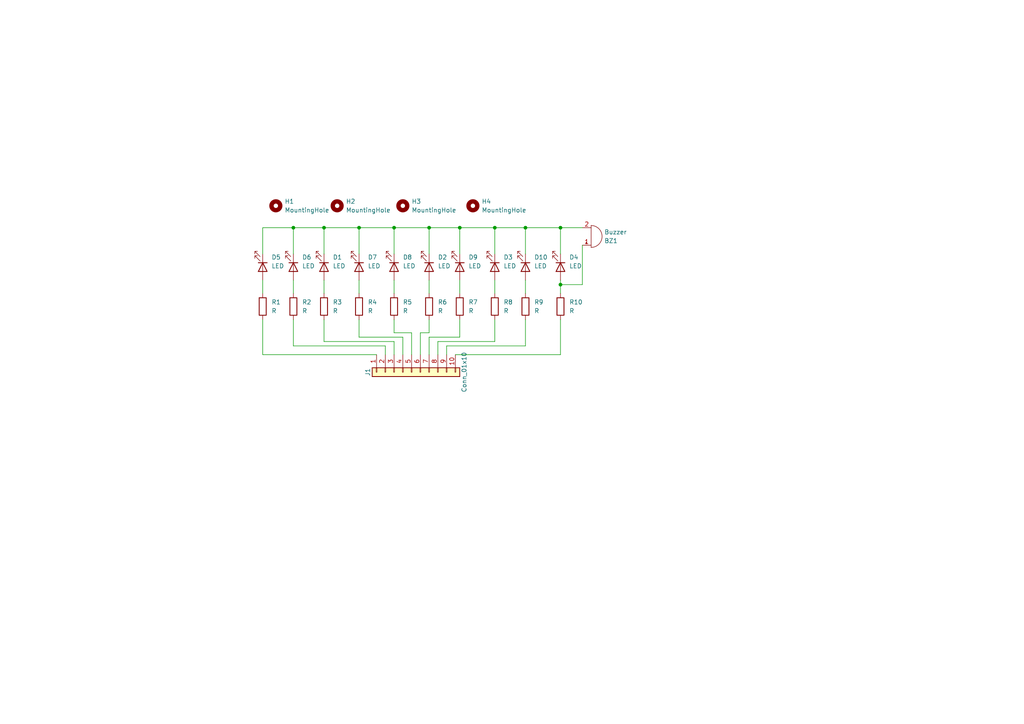
<source format=kicad_sch>
(kicad_sch
	(version 20250114)
	(generator "eeschema")
	(generator_version "9.0")
	(uuid "12271263-a4ed-4723-8910-1ee44a018415")
	(paper "A4")
	(lib_symbols
		(symbol "Connector_Generic:Conn_01x10"
			(pin_names
				(offset 1.016)
				(hide yes)
			)
			(exclude_from_sim no)
			(in_bom yes)
			(on_board yes)
			(property "Reference" "J"
				(at 0 12.7 0)
				(effects
					(font
						(size 1.27 1.27)
					)
				)
			)
			(property "Value" "Conn_01x10"
				(at 0 -15.24 0)
				(effects
					(font
						(size 1.27 1.27)
					)
				)
			)
			(property "Footprint" ""
				(at 0 0 0)
				(effects
					(font
						(size 1.27 1.27)
					)
					(hide yes)
				)
			)
			(property "Datasheet" "~"
				(at 0 0 0)
				(effects
					(font
						(size 1.27 1.27)
					)
					(hide yes)
				)
			)
			(property "Description" "Generic connector, single row, 01x10, script generated (kicad-library-utils/schlib/autogen/connector/)"
				(at 0 0 0)
				(effects
					(font
						(size 1.27 1.27)
					)
					(hide yes)
				)
			)
			(property "ki_keywords" "connector"
				(at 0 0 0)
				(effects
					(font
						(size 1.27 1.27)
					)
					(hide yes)
				)
			)
			(property "ki_fp_filters" "Connector*:*_1x??_*"
				(at 0 0 0)
				(effects
					(font
						(size 1.27 1.27)
					)
					(hide yes)
				)
			)
			(symbol "Conn_01x10_1_1"
				(rectangle
					(start -1.27 11.43)
					(end 1.27 -13.97)
					(stroke
						(width 0.254)
						(type default)
					)
					(fill
						(type background)
					)
				)
				(rectangle
					(start -1.27 10.287)
					(end 0 10.033)
					(stroke
						(width 0.1524)
						(type default)
					)
					(fill
						(type none)
					)
				)
				(rectangle
					(start -1.27 7.747)
					(end 0 7.493)
					(stroke
						(width 0.1524)
						(type default)
					)
					(fill
						(type none)
					)
				)
				(rectangle
					(start -1.27 5.207)
					(end 0 4.953)
					(stroke
						(width 0.1524)
						(type default)
					)
					(fill
						(type none)
					)
				)
				(rectangle
					(start -1.27 2.667)
					(end 0 2.413)
					(stroke
						(width 0.1524)
						(type default)
					)
					(fill
						(type none)
					)
				)
				(rectangle
					(start -1.27 0.127)
					(end 0 -0.127)
					(stroke
						(width 0.1524)
						(type default)
					)
					(fill
						(type none)
					)
				)
				(rectangle
					(start -1.27 -2.413)
					(end 0 -2.667)
					(stroke
						(width 0.1524)
						(type default)
					)
					(fill
						(type none)
					)
				)
				(rectangle
					(start -1.27 -4.953)
					(end 0 -5.207)
					(stroke
						(width 0.1524)
						(type default)
					)
					(fill
						(type none)
					)
				)
				(rectangle
					(start -1.27 -7.493)
					(end 0 -7.747)
					(stroke
						(width 0.1524)
						(type default)
					)
					(fill
						(type none)
					)
				)
				(rectangle
					(start -1.27 -10.033)
					(end 0 -10.287)
					(stroke
						(width 0.1524)
						(type default)
					)
					(fill
						(type none)
					)
				)
				(rectangle
					(start -1.27 -12.573)
					(end 0 -12.827)
					(stroke
						(width 0.1524)
						(type default)
					)
					(fill
						(type none)
					)
				)
				(pin passive line
					(at -5.08 10.16 0)
					(length 3.81)
					(name "Pin_1"
						(effects
							(font
								(size 1.27 1.27)
							)
						)
					)
					(number "1"
						(effects
							(font
								(size 1.27 1.27)
							)
						)
					)
				)
				(pin passive line
					(at -5.08 7.62 0)
					(length 3.81)
					(name "Pin_2"
						(effects
							(font
								(size 1.27 1.27)
							)
						)
					)
					(number "2"
						(effects
							(font
								(size 1.27 1.27)
							)
						)
					)
				)
				(pin passive line
					(at -5.08 5.08 0)
					(length 3.81)
					(name "Pin_3"
						(effects
							(font
								(size 1.27 1.27)
							)
						)
					)
					(number "3"
						(effects
							(font
								(size 1.27 1.27)
							)
						)
					)
				)
				(pin passive line
					(at -5.08 2.54 0)
					(length 3.81)
					(name "Pin_4"
						(effects
							(font
								(size 1.27 1.27)
							)
						)
					)
					(number "4"
						(effects
							(font
								(size 1.27 1.27)
							)
						)
					)
				)
				(pin passive line
					(at -5.08 0 0)
					(length 3.81)
					(name "Pin_5"
						(effects
							(font
								(size 1.27 1.27)
							)
						)
					)
					(number "5"
						(effects
							(font
								(size 1.27 1.27)
							)
						)
					)
				)
				(pin passive line
					(at -5.08 -2.54 0)
					(length 3.81)
					(name "Pin_6"
						(effects
							(font
								(size 1.27 1.27)
							)
						)
					)
					(number "6"
						(effects
							(font
								(size 1.27 1.27)
							)
						)
					)
				)
				(pin passive line
					(at -5.08 -5.08 0)
					(length 3.81)
					(name "Pin_7"
						(effects
							(font
								(size 1.27 1.27)
							)
						)
					)
					(number "7"
						(effects
							(font
								(size 1.27 1.27)
							)
						)
					)
				)
				(pin passive line
					(at -5.08 -7.62 0)
					(length 3.81)
					(name "Pin_8"
						(effects
							(font
								(size 1.27 1.27)
							)
						)
					)
					(number "8"
						(effects
							(font
								(size 1.27 1.27)
							)
						)
					)
				)
				(pin passive line
					(at -5.08 -10.16 0)
					(length 3.81)
					(name "Pin_9"
						(effects
							(font
								(size 1.27 1.27)
							)
						)
					)
					(number "9"
						(effects
							(font
								(size 1.27 1.27)
							)
						)
					)
				)
				(pin passive line
					(at -5.08 -12.7 0)
					(length 3.81)
					(name "Pin_10"
						(effects
							(font
								(size 1.27 1.27)
							)
						)
					)
					(number "10"
						(effects
							(font
								(size 1.27 1.27)
							)
						)
					)
				)
			)
			(embedded_fonts no)
		)
		(symbol "Device:Buzzer"
			(pin_names
				(offset 0.0254)
				(hide yes)
			)
			(exclude_from_sim no)
			(in_bom yes)
			(on_board yes)
			(property "Reference" "BZ"
				(at 3.81 1.27 0)
				(effects
					(font
						(size 1.27 1.27)
					)
					(justify left)
				)
			)
			(property "Value" "Buzzer"
				(at 3.81 -1.27 0)
				(effects
					(font
						(size 1.27 1.27)
					)
					(justify left)
				)
			)
			(property "Footprint" ""
				(at -0.635 2.54 90)
				(effects
					(font
						(size 1.27 1.27)
					)
					(hide yes)
				)
			)
			(property "Datasheet" "~"
				(at -0.635 2.54 90)
				(effects
					(font
						(size 1.27 1.27)
					)
					(hide yes)
				)
			)
			(property "Description" "Buzzer, polarized"
				(at 0 0 0)
				(effects
					(font
						(size 1.27 1.27)
					)
					(hide yes)
				)
			)
			(property "ki_keywords" "quartz resonator ceramic"
				(at 0 0 0)
				(effects
					(font
						(size 1.27 1.27)
					)
					(hide yes)
				)
			)
			(property "ki_fp_filters" "*Buzzer*"
				(at 0 0 0)
				(effects
					(font
						(size 1.27 1.27)
					)
					(hide yes)
				)
			)
			(symbol "Buzzer_0_1"
				(polyline
					(pts
						(xy -1.651 1.905) (xy -1.143 1.905)
					)
					(stroke
						(width 0)
						(type default)
					)
					(fill
						(type none)
					)
				)
				(polyline
					(pts
						(xy -1.397 2.159) (xy -1.397 1.651)
					)
					(stroke
						(width 0)
						(type default)
					)
					(fill
						(type none)
					)
				)
				(arc
					(start 0 3.175)
					(mid 3.1612 0)
					(end 0 -3.175)
					(stroke
						(width 0)
						(type default)
					)
					(fill
						(type none)
					)
				)
				(polyline
					(pts
						(xy 0 3.175) (xy 0 -3.175)
					)
					(stroke
						(width 0)
						(type default)
					)
					(fill
						(type none)
					)
				)
			)
			(symbol "Buzzer_1_1"
				(pin passive line
					(at -2.54 2.54 0)
					(length 2.54)
					(name "+"
						(effects
							(font
								(size 1.27 1.27)
							)
						)
					)
					(number "1"
						(effects
							(font
								(size 1.27 1.27)
							)
						)
					)
				)
				(pin passive line
					(at -2.54 -2.54 0)
					(length 2.54)
					(name "-"
						(effects
							(font
								(size 1.27 1.27)
							)
						)
					)
					(number "2"
						(effects
							(font
								(size 1.27 1.27)
							)
						)
					)
				)
			)
			(embedded_fonts no)
		)
		(symbol "Device:LED"
			(pin_numbers
				(hide yes)
			)
			(pin_names
				(offset 1.016)
				(hide yes)
			)
			(exclude_from_sim no)
			(in_bom yes)
			(on_board yes)
			(property "Reference" "D"
				(at 0 2.54 0)
				(effects
					(font
						(size 1.27 1.27)
					)
				)
			)
			(property "Value" "LED"
				(at 0 -2.54 0)
				(effects
					(font
						(size 1.27 1.27)
					)
				)
			)
			(property "Footprint" ""
				(at 0 0 0)
				(effects
					(font
						(size 1.27 1.27)
					)
					(hide yes)
				)
			)
			(property "Datasheet" "~"
				(at 0 0 0)
				(effects
					(font
						(size 1.27 1.27)
					)
					(hide yes)
				)
			)
			(property "Description" "Light emitting diode"
				(at 0 0 0)
				(effects
					(font
						(size 1.27 1.27)
					)
					(hide yes)
				)
			)
			(property "Sim.Pins" "1=K 2=A"
				(at 0 0 0)
				(effects
					(font
						(size 1.27 1.27)
					)
					(hide yes)
				)
			)
			(property "ki_keywords" "LED diode"
				(at 0 0 0)
				(effects
					(font
						(size 1.27 1.27)
					)
					(hide yes)
				)
			)
			(property "ki_fp_filters" "LED* LED_SMD:* LED_THT:*"
				(at 0 0 0)
				(effects
					(font
						(size 1.27 1.27)
					)
					(hide yes)
				)
			)
			(symbol "LED_0_1"
				(polyline
					(pts
						(xy -3.048 -0.762) (xy -4.572 -2.286) (xy -3.81 -2.286) (xy -4.572 -2.286) (xy -4.572 -1.524)
					)
					(stroke
						(width 0)
						(type default)
					)
					(fill
						(type none)
					)
				)
				(polyline
					(pts
						(xy -1.778 -0.762) (xy -3.302 -2.286) (xy -2.54 -2.286) (xy -3.302 -2.286) (xy -3.302 -1.524)
					)
					(stroke
						(width 0)
						(type default)
					)
					(fill
						(type none)
					)
				)
				(polyline
					(pts
						(xy -1.27 0) (xy 1.27 0)
					)
					(stroke
						(width 0)
						(type default)
					)
					(fill
						(type none)
					)
				)
				(polyline
					(pts
						(xy -1.27 -1.27) (xy -1.27 1.27)
					)
					(stroke
						(width 0.254)
						(type default)
					)
					(fill
						(type none)
					)
				)
				(polyline
					(pts
						(xy 1.27 -1.27) (xy 1.27 1.27) (xy -1.27 0) (xy 1.27 -1.27)
					)
					(stroke
						(width 0.254)
						(type default)
					)
					(fill
						(type none)
					)
				)
			)
			(symbol "LED_1_1"
				(pin passive line
					(at -3.81 0 0)
					(length 2.54)
					(name "K"
						(effects
							(font
								(size 1.27 1.27)
							)
						)
					)
					(number "1"
						(effects
							(font
								(size 1.27 1.27)
							)
						)
					)
				)
				(pin passive line
					(at 3.81 0 180)
					(length 2.54)
					(name "A"
						(effects
							(font
								(size 1.27 1.27)
							)
						)
					)
					(number "2"
						(effects
							(font
								(size 1.27 1.27)
							)
						)
					)
				)
			)
			(embedded_fonts no)
		)
		(symbol "Device:R"
			(pin_numbers
				(hide yes)
			)
			(pin_names
				(offset 0)
			)
			(exclude_from_sim no)
			(in_bom yes)
			(on_board yes)
			(property "Reference" "R"
				(at 2.032 0 90)
				(effects
					(font
						(size 1.27 1.27)
					)
				)
			)
			(property "Value" "R"
				(at 0 0 90)
				(effects
					(font
						(size 1.27 1.27)
					)
				)
			)
			(property "Footprint" ""
				(at -1.778 0 90)
				(effects
					(font
						(size 1.27 1.27)
					)
					(hide yes)
				)
			)
			(property "Datasheet" "~"
				(at 0 0 0)
				(effects
					(font
						(size 1.27 1.27)
					)
					(hide yes)
				)
			)
			(property "Description" "Resistor"
				(at 0 0 0)
				(effects
					(font
						(size 1.27 1.27)
					)
					(hide yes)
				)
			)
			(property "ki_keywords" "R res resistor"
				(at 0 0 0)
				(effects
					(font
						(size 1.27 1.27)
					)
					(hide yes)
				)
			)
			(property "ki_fp_filters" "R_*"
				(at 0 0 0)
				(effects
					(font
						(size 1.27 1.27)
					)
					(hide yes)
				)
			)
			(symbol "R_0_1"
				(rectangle
					(start -1.016 -2.54)
					(end 1.016 2.54)
					(stroke
						(width 0.254)
						(type default)
					)
					(fill
						(type none)
					)
				)
			)
			(symbol "R_1_1"
				(pin passive line
					(at 0 3.81 270)
					(length 1.27)
					(name "~"
						(effects
							(font
								(size 1.27 1.27)
							)
						)
					)
					(number "1"
						(effects
							(font
								(size 1.27 1.27)
							)
						)
					)
				)
				(pin passive line
					(at 0 -3.81 90)
					(length 1.27)
					(name "~"
						(effects
							(font
								(size 1.27 1.27)
							)
						)
					)
					(number "2"
						(effects
							(font
								(size 1.27 1.27)
							)
						)
					)
				)
			)
			(embedded_fonts no)
		)
		(symbol "Mechanical:MountingHole"
			(pin_names
				(offset 1.016)
			)
			(exclude_from_sim no)
			(in_bom no)
			(on_board yes)
			(property "Reference" "H"
				(at 0 5.08 0)
				(effects
					(font
						(size 1.27 1.27)
					)
				)
			)
			(property "Value" "MountingHole"
				(at 0 3.175 0)
				(effects
					(font
						(size 1.27 1.27)
					)
				)
			)
			(property "Footprint" ""
				(at 0 0 0)
				(effects
					(font
						(size 1.27 1.27)
					)
					(hide yes)
				)
			)
			(property "Datasheet" "~"
				(at 0 0 0)
				(effects
					(font
						(size 1.27 1.27)
					)
					(hide yes)
				)
			)
			(property "Description" "Mounting Hole without connection"
				(at 0 0 0)
				(effects
					(font
						(size 1.27 1.27)
					)
					(hide yes)
				)
			)
			(property "ki_keywords" "mounting hole"
				(at 0 0 0)
				(effects
					(font
						(size 1.27 1.27)
					)
					(hide yes)
				)
			)
			(property "ki_fp_filters" "MountingHole*"
				(at 0 0 0)
				(effects
					(font
						(size 1.27 1.27)
					)
					(hide yes)
				)
			)
			(symbol "MountingHole_0_1"
				(circle
					(center 0 0)
					(radius 1.27)
					(stroke
						(width 1.27)
						(type default)
					)
					(fill
						(type none)
					)
				)
			)
			(embedded_fonts no)
		)
	)
	(junction
		(at 143.51 66.04)
		(diameter 0)
		(color 0 0 0 0)
		(uuid "26687fa3-b032-42e9-9d9b-b2a1dfb472fa")
	)
	(junction
		(at 85.09 66.04)
		(diameter 0)
		(color 0 0 0 0)
		(uuid "3651fa09-80ee-4984-8c11-ab035edb02c3")
	)
	(junction
		(at 133.35 66.04)
		(diameter 0)
		(color 0 0 0 0)
		(uuid "53d120c3-785b-427a-96ab-6d924260d3c4")
	)
	(junction
		(at 162.56 66.04)
		(diameter 0)
		(color 0 0 0 0)
		(uuid "5d4639e7-41b3-4649-9879-6e324215e26d")
	)
	(junction
		(at 93.98 66.04)
		(diameter 0)
		(color 0 0 0 0)
		(uuid "77079caa-20cc-4a0b-8769-7f0599730739")
	)
	(junction
		(at 124.46 66.04)
		(diameter 0)
		(color 0 0 0 0)
		(uuid "86174311-d564-4a2f-b5e2-4d67e05518c7")
	)
	(junction
		(at 104.14 66.04)
		(diameter 0)
		(color 0 0 0 0)
		(uuid "9ecf7c4e-eaa9-43ce-8432-baf822234d8d")
	)
	(junction
		(at 162.56 82.55)
		(diameter 0)
		(color 0 0 0 0)
		(uuid "b4b20d91-6416-4552-9f45-f2ebd9f8dc88")
	)
	(junction
		(at 114.3 66.04)
		(diameter 0)
		(color 0 0 0 0)
		(uuid "dd2ee471-68fd-4921-bb38-838e35635ea4")
	)
	(junction
		(at 152.4 66.04)
		(diameter 0)
		(color 0 0 0 0)
		(uuid "fdf38def-6984-43de-8824-a16c2067d416")
	)
	(wire
		(pts
			(xy 104.14 66.04) (xy 104.14 73.66)
		)
		(stroke
			(width 0)
			(type default)
		)
		(uuid "031b919b-123e-4668-a56a-24d2ccc9d3ea")
	)
	(wire
		(pts
			(xy 85.09 92.71) (xy 85.09 100.33)
		)
		(stroke
			(width 0)
			(type default)
		)
		(uuid "0d47d20f-dbf3-45d3-bb28-58b41b38aa0b")
	)
	(wire
		(pts
			(xy 93.98 66.04) (xy 104.14 66.04)
		)
		(stroke
			(width 0)
			(type default)
		)
		(uuid "0de5bbbd-968a-4b9a-944a-f6ddd4d712b5")
	)
	(wire
		(pts
			(xy 111.76 100.33) (xy 111.76 102.87)
		)
		(stroke
			(width 0)
			(type default)
		)
		(uuid "0f544990-27c6-480b-a648-766176002f09")
	)
	(wire
		(pts
			(xy 114.3 96.52) (xy 119.38 96.52)
		)
		(stroke
			(width 0)
			(type default)
		)
		(uuid "121d614f-e4ad-4c3f-8025-53d8077a536c")
	)
	(wire
		(pts
			(xy 116.84 97.79) (xy 116.84 102.87)
		)
		(stroke
			(width 0)
			(type default)
		)
		(uuid "1b244d8f-b66a-47a2-afa0-19f40ebe491a")
	)
	(wire
		(pts
			(xy 133.35 66.04) (xy 143.51 66.04)
		)
		(stroke
			(width 0)
			(type default)
		)
		(uuid "1f4385be-2364-4ef8-bf6c-e61b45cdc256")
	)
	(wire
		(pts
			(xy 104.14 81.28) (xy 104.14 85.09)
		)
		(stroke
			(width 0)
			(type default)
		)
		(uuid "22cb9b93-e3fd-4ab0-a9f3-da5000f3c2e4")
	)
	(wire
		(pts
			(xy 85.09 81.28) (xy 85.09 85.09)
		)
		(stroke
			(width 0)
			(type default)
		)
		(uuid "236439e9-3289-4d71-9a8c-3207972e53bc")
	)
	(wire
		(pts
			(xy 121.92 96.52) (xy 121.92 102.87)
		)
		(stroke
			(width 0)
			(type default)
		)
		(uuid "310d4e8c-de88-41c5-8169-78a0deaf23ff")
	)
	(wire
		(pts
			(xy 76.2 102.87) (xy 109.22 102.87)
		)
		(stroke
			(width 0)
			(type default)
		)
		(uuid "3916af2a-87c6-47e9-935c-93fbec69e759")
	)
	(wire
		(pts
			(xy 124.46 96.52) (xy 121.92 96.52)
		)
		(stroke
			(width 0)
			(type default)
		)
		(uuid "3ed5a4fd-595e-4810-aae5-8d310be401c8")
	)
	(wire
		(pts
			(xy 124.46 66.04) (xy 133.35 66.04)
		)
		(stroke
			(width 0)
			(type default)
		)
		(uuid "43426b93-bb78-4afd-aca1-a31183520d53")
	)
	(wire
		(pts
			(xy 143.51 81.28) (xy 143.51 85.09)
		)
		(stroke
			(width 0)
			(type default)
		)
		(uuid "4992bb28-2d39-4779-a48b-c4b86f7c395a")
	)
	(wire
		(pts
			(xy 152.4 100.33) (xy 129.54 100.33)
		)
		(stroke
			(width 0)
			(type default)
		)
		(uuid "4ba15f87-818a-4ea5-be0b-5ef8d841b1ad")
	)
	(wire
		(pts
			(xy 76.2 66.04) (xy 85.09 66.04)
		)
		(stroke
			(width 0)
			(type default)
		)
		(uuid "4c6f4227-f921-40e1-9495-6db899764c79")
	)
	(wire
		(pts
			(xy 124.46 66.04) (xy 124.46 73.66)
		)
		(stroke
			(width 0)
			(type default)
		)
		(uuid "51ffadaf-98b4-4fa8-af18-7b4642b6bb35")
	)
	(wire
		(pts
			(xy 143.51 66.04) (xy 143.51 73.66)
		)
		(stroke
			(width 0)
			(type default)
		)
		(uuid "52a4e20e-2858-48e4-b70b-6a00f044f884")
	)
	(wire
		(pts
			(xy 162.56 81.28) (xy 162.56 82.55)
		)
		(stroke
			(width 0)
			(type default)
		)
		(uuid "5392195c-5f64-4aeb-aee9-cb468fcf957a")
	)
	(wire
		(pts
			(xy 133.35 97.79) (xy 124.46 97.79)
		)
		(stroke
			(width 0)
			(type default)
		)
		(uuid "5648c209-4617-4dce-a4f2-63a4d6a4a00c")
	)
	(wire
		(pts
			(xy 162.56 92.71) (xy 162.56 102.87)
		)
		(stroke
			(width 0)
			(type default)
		)
		(uuid "5f0a34f4-acdf-4789-8bca-e5d9e486e4bf")
	)
	(wire
		(pts
			(xy 143.51 99.06) (xy 127 99.06)
		)
		(stroke
			(width 0)
			(type default)
		)
		(uuid "61d0dcac-d426-47e1-afde-a2e37597d455")
	)
	(wire
		(pts
			(xy 143.51 92.71) (xy 143.51 99.06)
		)
		(stroke
			(width 0)
			(type default)
		)
		(uuid "68de29c0-271c-47c7-960e-3792b2b2507a")
	)
	(wire
		(pts
			(xy 168.91 71.12) (xy 168.91 82.55)
		)
		(stroke
			(width 0)
			(type default)
		)
		(uuid "68df9338-7a63-4315-a705-52e08a35eebb")
	)
	(wire
		(pts
			(xy 93.98 99.06) (xy 114.3 99.06)
		)
		(stroke
			(width 0)
			(type default)
		)
		(uuid "6a2228a2-4137-4bb9-add3-22bf85dd2ff9")
	)
	(wire
		(pts
			(xy 162.56 82.55) (xy 162.56 85.09)
		)
		(stroke
			(width 0)
			(type default)
		)
		(uuid "6bdb1aa5-79e8-4516-b16b-5964c4791a0a")
	)
	(wire
		(pts
			(xy 124.46 81.28) (xy 124.46 85.09)
		)
		(stroke
			(width 0)
			(type default)
		)
		(uuid "6d0c4dcb-c435-46df-a61a-25e8125454c1")
	)
	(wire
		(pts
			(xy 124.46 97.79) (xy 124.46 102.87)
		)
		(stroke
			(width 0)
			(type default)
		)
		(uuid "6f57c5ee-694e-4512-b7ab-e9ac8b9044a7")
	)
	(wire
		(pts
			(xy 114.3 66.04) (xy 124.46 66.04)
		)
		(stroke
			(width 0)
			(type default)
		)
		(uuid "786e3f91-35e5-4b8e-ae0b-82f07124ffe1")
	)
	(wire
		(pts
			(xy 162.56 66.04) (xy 168.91 66.04)
		)
		(stroke
			(width 0)
			(type default)
		)
		(uuid "7a21ffb6-75db-49d9-bb01-e95c4607d791")
	)
	(wire
		(pts
			(xy 152.4 92.71) (xy 152.4 100.33)
		)
		(stroke
			(width 0)
			(type default)
		)
		(uuid "7a5ba0af-03d8-468f-8240-615286351725")
	)
	(wire
		(pts
			(xy 104.14 92.71) (xy 104.14 97.79)
		)
		(stroke
			(width 0)
			(type default)
		)
		(uuid "8200cc43-e060-494f-b08b-fcdce31a8136")
	)
	(wire
		(pts
			(xy 114.3 99.06) (xy 114.3 102.87)
		)
		(stroke
			(width 0)
			(type default)
		)
		(uuid "85d7b36e-daf3-4a7b-a8ad-28599638522f")
	)
	(wire
		(pts
			(xy 114.3 81.28) (xy 114.3 85.09)
		)
		(stroke
			(width 0)
			(type default)
		)
		(uuid "8a7575bc-79d9-4d88-9404-9e3cc1020287")
	)
	(wire
		(pts
			(xy 93.98 81.28) (xy 93.98 85.09)
		)
		(stroke
			(width 0)
			(type default)
		)
		(uuid "8ae953d5-66a8-46ea-bcb3-02cde26bc878")
	)
	(wire
		(pts
			(xy 133.35 81.28) (xy 133.35 85.09)
		)
		(stroke
			(width 0)
			(type default)
		)
		(uuid "8c2b4cab-6e88-4220-af08-f8af15d8e5ed")
	)
	(wire
		(pts
			(xy 104.14 66.04) (xy 114.3 66.04)
		)
		(stroke
			(width 0)
			(type default)
		)
		(uuid "a2066860-1371-493a-ae53-f9d19a19a5fa")
	)
	(wire
		(pts
			(xy 162.56 66.04) (xy 162.56 73.66)
		)
		(stroke
			(width 0)
			(type default)
		)
		(uuid "a59c5e3c-bf72-46b1-b3a0-0f5dc4080c2d")
	)
	(wire
		(pts
			(xy 114.3 92.71) (xy 114.3 96.52)
		)
		(stroke
			(width 0)
			(type default)
		)
		(uuid "a734e754-ceee-43eb-b2a2-e74107328f09")
	)
	(wire
		(pts
			(xy 152.4 66.04) (xy 162.56 66.04)
		)
		(stroke
			(width 0)
			(type default)
		)
		(uuid "a82688aa-3f6a-4423-aede-3f958f4ed9ad")
	)
	(wire
		(pts
			(xy 162.56 102.87) (xy 132.08 102.87)
		)
		(stroke
			(width 0)
			(type default)
		)
		(uuid "abaff74d-0d7d-4baa-b14c-a930e3351965")
	)
	(wire
		(pts
			(xy 133.35 92.71) (xy 133.35 97.79)
		)
		(stroke
			(width 0)
			(type default)
		)
		(uuid "ae818f31-20e8-4d8f-bac9-7a9f5a42755c")
	)
	(wire
		(pts
			(xy 162.56 82.55) (xy 168.91 82.55)
		)
		(stroke
			(width 0)
			(type default)
		)
		(uuid "b35e76a7-411b-4193-bbfb-e5f74ece62b3")
	)
	(wire
		(pts
			(xy 85.09 66.04) (xy 93.98 66.04)
		)
		(stroke
			(width 0)
			(type default)
		)
		(uuid "b3990870-51c5-490c-9a7e-f256b9f81721")
	)
	(wire
		(pts
			(xy 104.14 97.79) (xy 116.84 97.79)
		)
		(stroke
			(width 0)
			(type default)
		)
		(uuid "b98d7028-8f41-40a8-a686-8376f691d261")
	)
	(wire
		(pts
			(xy 85.09 66.04) (xy 85.09 73.66)
		)
		(stroke
			(width 0)
			(type default)
		)
		(uuid "bd2301c0-0b34-4ac2-9d88-e1b8be076e23")
	)
	(wire
		(pts
			(xy 85.09 100.33) (xy 111.76 100.33)
		)
		(stroke
			(width 0)
			(type default)
		)
		(uuid "c6056519-b373-461a-9ac0-71ada14af122")
	)
	(wire
		(pts
			(xy 143.51 66.04) (xy 152.4 66.04)
		)
		(stroke
			(width 0)
			(type default)
		)
		(uuid "cbe88b46-6940-4b5a-b016-1c618fe07841")
	)
	(wire
		(pts
			(xy 93.98 92.71) (xy 93.98 99.06)
		)
		(stroke
			(width 0)
			(type default)
		)
		(uuid "d098b892-4c26-4311-a8f6-9ee89e199e1d")
	)
	(wire
		(pts
			(xy 124.46 92.71) (xy 124.46 96.52)
		)
		(stroke
			(width 0)
			(type default)
		)
		(uuid "d1c65ad0-1cdf-4c40-b394-1dbe76e0fb55")
	)
	(wire
		(pts
			(xy 127 99.06) (xy 127 102.87)
		)
		(stroke
			(width 0)
			(type default)
		)
		(uuid "e12c50d3-b0ec-4f00-ba3d-cce0c2be962c")
	)
	(wire
		(pts
			(xy 152.4 81.28) (xy 152.4 85.09)
		)
		(stroke
			(width 0)
			(type default)
		)
		(uuid "e3648aef-7bf2-4a03-9b72-35c751fa3fe8")
	)
	(wire
		(pts
			(xy 114.3 66.04) (xy 114.3 73.66)
		)
		(stroke
			(width 0)
			(type default)
		)
		(uuid "e68f9403-ca19-4c28-881a-8fb6f0d173d7")
	)
	(wire
		(pts
			(xy 152.4 66.04) (xy 152.4 73.66)
		)
		(stroke
			(width 0)
			(type default)
		)
		(uuid "e6f64bd2-2442-422f-be40-8748fdbe1c8e")
	)
	(wire
		(pts
			(xy 119.38 96.52) (xy 119.38 102.87)
		)
		(stroke
			(width 0)
			(type default)
		)
		(uuid "ee6ba0e2-48a3-4858-a191-c50b6a942241")
	)
	(wire
		(pts
			(xy 93.98 66.04) (xy 93.98 73.66)
		)
		(stroke
			(width 0)
			(type default)
		)
		(uuid "ef747d11-5755-4030-ad5a-ad5d516b600f")
	)
	(wire
		(pts
			(xy 129.54 100.33) (xy 129.54 102.87)
		)
		(stroke
			(width 0)
			(type default)
		)
		(uuid "f061650d-7fdd-4f5c-8cc8-1f48eb48d32f")
	)
	(wire
		(pts
			(xy 76.2 92.71) (xy 76.2 102.87)
		)
		(stroke
			(width 0)
			(type default)
		)
		(uuid "f2c90468-0e98-48ea-b262-02e233a7c661")
	)
	(wire
		(pts
			(xy 133.35 66.04) (xy 133.35 73.66)
		)
		(stroke
			(width 0)
			(type default)
		)
		(uuid "f2fe2c86-0c09-4bae-9a3a-c57f7be2c993")
	)
	(wire
		(pts
			(xy 76.2 73.66) (xy 76.2 66.04)
		)
		(stroke
			(width 0)
			(type default)
		)
		(uuid "fadd3b6c-14be-4436-8e2e-292c35919399")
	)
	(wire
		(pts
			(xy 76.2 81.28) (xy 76.2 85.09)
		)
		(stroke
			(width 0)
			(type default)
		)
		(uuid "ff4067b1-6006-4bd1-9938-accf8abc45fd")
	)
	(symbol
		(lib_id "Connector_Generic:Conn_01x10")
		(at 119.38 107.95 90)
		(mirror x)
		(unit 1)
		(exclude_from_sim no)
		(in_bom yes)
		(on_board yes)
		(dnp no)
		(uuid "02dd105c-7c08-457a-9aaf-02bb0bdedf06")
		(property "Reference" "J1"
			(at 106.68 107.95 0)
			(effects
				(font
					(size 1.27 1.27)
				)
			)
		)
		(property "Value" "Conn_01x10"
			(at 134.62 107.95 0)
			(effects
				(font
					(size 1.27 1.27)
				)
			)
		)
		(property "Footprint" "Connector_PinSocket_2.00mm:PinSocket_1x10_P2.00mm_Vertical"
			(at 119.38 107.95 0)
			(effects
				(font
					(size 1.27 1.27)
				)
				(hide yes)
			)
		)
		(property "Datasheet" "~"
			(at 119.38 107.95 0)
			(effects
				(font
					(size 1.27 1.27)
				)
				(hide yes)
			)
		)
		(property "Description" "Generic connector, single row, 01x10, script generated (kicad-library-utils/schlib/autogen/connector/)"
			(at 119.38 107.95 0)
			(effects
				(font
					(size 1.27 1.27)
				)
				(hide yes)
			)
		)
		(pin "1"
			(uuid "f2090ed1-b534-4804-933e-69c3be2468fb")
		)
		(pin "3"
			(uuid "a687f45b-ae1c-48a0-8b02-dde401c7d9f1")
		)
		(pin "4"
			(uuid "2f35ba9a-84f3-4d55-8330-46a13dc7f32d")
		)
		(pin "6"
			(uuid "2711a323-b8c8-4539-8172-2462650fe9de")
		)
		(pin "7"
			(uuid "eb0e92ef-9a12-4058-9ac3-98105cec310d")
		)
		(pin "5"
			(uuid "e75c64ed-bd47-4d59-9ade-edaa2f73f39f")
		)
		(pin "10"
			(uuid "f2a60404-d6f2-4ad9-84d8-8f221a72295a")
		)
		(pin "2"
			(uuid "4fdee09d-9877-474b-a591-292b6e50982b")
		)
		(pin "9"
			(uuid "9533d84f-cc62-4518-96ee-b004b223931c")
		)
		(pin "8"
			(uuid "bcf8a8ff-05ab-4798-83da-c4c1e2041e2e")
		)
		(instances
			(project "Electric Field Detection LED Bar Circuit"
				(path "/12271263-a4ed-4723-8910-1ee44a018415"
					(reference "J1")
					(unit 1)
				)
			)
		)
	)
	(symbol
		(lib_id "Device:R")
		(at 114.3 88.9 0)
		(unit 1)
		(exclude_from_sim no)
		(in_bom yes)
		(on_board yes)
		(dnp no)
		(fields_autoplaced yes)
		(uuid "0395b9eb-83b9-423c-8bb5-8f3c05b8f2c4")
		(property "Reference" "R5"
			(at 116.84 87.6299 0)
			(effects
				(font
					(size 1.27 1.27)
				)
				(justify left)
			)
		)
		(property "Value" "R"
			(at 116.84 90.1699 0)
			(effects
				(font
					(size 1.27 1.27)
				)
				(justify left)
			)
		)
		(property "Footprint" "Resistor_THT:R_Axial_DIN0207_L6.3mm_D2.5mm_P7.62mm_Horizontal"
			(at 112.522 88.9 90)
			(effects
				(font
					(size 1.27 1.27)
				)
				(hide yes)
			)
		)
		(property "Datasheet" "~"
			(at 114.3 88.9 0)
			(effects
				(font
					(size 1.27 1.27)
				)
				(hide yes)
			)
		)
		(property "Description" "Resistor"
			(at 114.3 88.9 0)
			(effects
				(font
					(size 1.27 1.27)
				)
				(hide yes)
			)
		)
		(pin "2"
			(uuid "b8816f4a-963e-4420-beba-1980a1db7b97")
		)
		(pin "1"
			(uuid "d2848be3-9442-40b0-845f-74a8158c2843")
		)
		(instances
			(project "Electric Field Detection LED Bar Circuit"
				(path "/12271263-a4ed-4723-8910-1ee44a018415"
					(reference "R5")
					(unit 1)
				)
			)
		)
	)
	(symbol
		(lib_id "Device:LED")
		(at 143.51 77.47 270)
		(unit 1)
		(exclude_from_sim no)
		(in_bom yes)
		(on_board yes)
		(dnp no)
		(fields_autoplaced yes)
		(uuid "052ad9f5-bde7-4503-9506-cc9c3dfe2768")
		(property "Reference" "D3"
			(at 146.05 74.6124 90)
			(effects
				(font
					(size 1.27 1.27)
				)
				(justify left)
			)
		)
		(property "Value" "LED"
			(at 146.05 77.1524 90)
			(effects
				(font
					(size 1.27 1.27)
				)
				(justify left)
			)
		)
		(property "Footprint" "LED_THT:LED_VCCLite_5381H7_6.35x6.35mm"
			(at 143.51 77.47 0)
			(effects
				(font
					(size 1.27 1.27)
				)
				(hide yes)
			)
		)
		(property "Datasheet" "~"
			(at 143.51 77.47 0)
			(effects
				(font
					(size 1.27 1.27)
				)
				(hide yes)
			)
		)
		(property "Description" "Light emitting diode"
			(at 143.51 77.47 0)
			(effects
				(font
					(size 1.27 1.27)
				)
				(hide yes)
			)
		)
		(property "Sim.Pins" "1=K 2=A"
			(at 143.51 77.47 0)
			(effects
				(font
					(size 1.27 1.27)
				)
				(hide yes)
			)
		)
		(pin "1"
			(uuid "88b5b94a-9cb7-42d4-b101-152fef4d5634")
		)
		(pin "2"
			(uuid "ec2625fd-59ad-483c-bb24-3608b7ac95d9")
		)
		(instances
			(project "Electric Field Detection LED Bar Circuit"
				(path "/12271263-a4ed-4723-8910-1ee44a018415"
					(reference "D3")
					(unit 1)
				)
			)
		)
	)
	(symbol
		(lib_id "Device:R")
		(at 133.35 88.9 0)
		(unit 1)
		(exclude_from_sim no)
		(in_bom yes)
		(on_board yes)
		(dnp no)
		(fields_autoplaced yes)
		(uuid "074777e3-635d-4542-b35d-2cbb80a04ce7")
		(property "Reference" "R7"
			(at 135.89 87.6299 0)
			(effects
				(font
					(size 1.27 1.27)
				)
				(justify left)
			)
		)
		(property "Value" "R"
			(at 135.89 90.1699 0)
			(effects
				(font
					(size 1.27 1.27)
				)
				(justify left)
			)
		)
		(property "Footprint" "Resistor_THT:R_Axial_DIN0207_L6.3mm_D2.5mm_P7.62mm_Horizontal"
			(at 131.572 88.9 90)
			(effects
				(font
					(size 1.27 1.27)
				)
				(hide yes)
			)
		)
		(property "Datasheet" "~"
			(at 133.35 88.9 0)
			(effects
				(font
					(size 1.27 1.27)
				)
				(hide yes)
			)
		)
		(property "Description" "Resistor"
			(at 133.35 88.9 0)
			(effects
				(font
					(size 1.27 1.27)
				)
				(hide yes)
			)
		)
		(pin "2"
			(uuid "45d2c3fe-fd2b-40c6-aebd-ab22f64b5072")
		)
		(pin "1"
			(uuid "c953d7d7-0380-4e4b-9338-005c07fba789")
		)
		(instances
			(project "Electric Field Detection LED Bar Circuit"
				(path "/12271263-a4ed-4723-8910-1ee44a018415"
					(reference "R7")
					(unit 1)
				)
			)
		)
	)
	(symbol
		(lib_id "Device:LED")
		(at 152.4 77.47 270)
		(unit 1)
		(exclude_from_sim no)
		(in_bom yes)
		(on_board yes)
		(dnp no)
		(fields_autoplaced yes)
		(uuid "136c0b71-2a10-4d05-8406-4adaebffff67")
		(property "Reference" "D10"
			(at 154.94 74.6124 90)
			(effects
				(font
					(size 1.27 1.27)
				)
				(justify left)
			)
		)
		(property "Value" "LED"
			(at 154.94 77.1524 90)
			(effects
				(font
					(size 1.27 1.27)
				)
				(justify left)
			)
		)
		(property "Footprint" "LED_THT:LED_VCCLite_5381H1_6.35x6.35mm"
			(at 152.4 77.47 0)
			(effects
				(font
					(size 1.27 1.27)
				)
				(hide yes)
			)
		)
		(property "Datasheet" "~"
			(at 152.4 77.47 0)
			(effects
				(font
					(size 1.27 1.27)
				)
				(hide yes)
			)
		)
		(property "Description" "Light emitting diode"
			(at 152.4 77.47 0)
			(effects
				(font
					(size 1.27 1.27)
				)
				(hide yes)
			)
		)
		(property "Sim.Pins" "1=K 2=A"
			(at 152.4 77.47 0)
			(effects
				(font
					(size 1.27 1.27)
				)
				(hide yes)
			)
		)
		(pin "1"
			(uuid "ca6836d6-58a7-48c3-9966-78ba12ab7e7b")
		)
		(pin "2"
			(uuid "a5dbbfe0-652c-49e2-98b5-a94dfa54c42d")
		)
		(instances
			(project "Electric Field Detection LED Bar Circuit"
				(path "/12271263-a4ed-4723-8910-1ee44a018415"
					(reference "D10")
					(unit 1)
				)
			)
		)
	)
	(symbol
		(lib_id "Device:Buzzer")
		(at 171.45 68.58 0)
		(mirror x)
		(unit 1)
		(exclude_from_sim no)
		(in_bom yes)
		(on_board yes)
		(dnp no)
		(uuid "347c4664-8fde-4f87-97ab-27a977be6695")
		(property "Reference" "BZ1"
			(at 175.26 69.85 0)
			(effects
				(font
					(size 1.27 1.27)
				)
				(justify left)
			)
		)
		(property "Value" "Buzzer"
			(at 175.26 67.31 0)
			(effects
				(font
					(size 1.27 1.27)
				)
				(justify left)
			)
		)
		(property "Footprint" "Buzzer_Beeper:MagneticBuzzer_Kingstate_KCG0601"
			(at 170.815 71.12 90)
			(effects
				(font
					(size 1.27 1.27)
				)
				(hide yes)
			)
		)
		(property "Datasheet" "~"
			(at 170.815 71.12 90)
			(effects
				(font
					(size 1.27 1.27)
				)
				(hide yes)
			)
		)
		(property "Description" "Buzzer, polarized"
			(at 171.45 68.58 0)
			(effects
				(font
					(size 1.27 1.27)
				)
				(hide yes)
			)
		)
		(pin "2"
			(uuid "c9a7cd46-b2d1-49b4-9618-5eb3f85ba332")
		)
		(pin "1"
			(uuid "7adc4b16-6d0d-4cc8-8a04-e5f488008d8f")
		)
		(instances
			(project "Electric Field Detection LED Bar Circuit"
				(path "/12271263-a4ed-4723-8910-1ee44a018415"
					(reference "BZ1")
					(unit 1)
				)
			)
		)
	)
	(symbol
		(lib_id "Mechanical:MountingHole")
		(at 80.01 59.69 0)
		(unit 1)
		(exclude_from_sim no)
		(in_bom no)
		(on_board yes)
		(dnp no)
		(fields_autoplaced yes)
		(uuid "456f57a1-0c2e-4ebe-9943-dcf915b75494")
		(property "Reference" "H1"
			(at 82.55 58.4199 0)
			(effects
				(font
					(size 1.27 1.27)
				)
				(justify left)
			)
		)
		(property "Value" "MountingHole"
			(at 82.55 60.9599 0)
			(effects
				(font
					(size 1.27 1.27)
				)
				(justify left)
			)
		)
		(property "Footprint" "MountingHole:MountingHole_2.1mm"
			(at 80.01 59.69 0)
			(effects
				(font
					(size 1.27 1.27)
				)
				(hide yes)
			)
		)
		(property "Datasheet" "~"
			(at 80.01 59.69 0)
			(effects
				(font
					(size 1.27 1.27)
				)
				(hide yes)
			)
		)
		(property "Description" "Mounting Hole without connection"
			(at 80.01 59.69 0)
			(effects
				(font
					(size 1.27 1.27)
				)
				(hide yes)
			)
		)
		(instances
			(project "Electric Field Detection LED Bar Circuit"
				(path "/12271263-a4ed-4723-8910-1ee44a018415"
					(reference "H1")
					(unit 1)
				)
			)
		)
	)
	(symbol
		(lib_id "Device:LED")
		(at 162.56 77.47 270)
		(unit 1)
		(exclude_from_sim no)
		(in_bom yes)
		(on_board yes)
		(dnp no)
		(fields_autoplaced yes)
		(uuid "4d5c4808-57de-4da1-88d4-15acd35394e5")
		(property "Reference" "D4"
			(at 165.1 74.6124 90)
			(effects
				(font
					(size 1.27 1.27)
				)
				(justify left)
			)
		)
		(property "Value" "LED"
			(at 165.1 77.1524 90)
			(effects
				(font
					(size 1.27 1.27)
				)
				(justify left)
			)
		)
		(property "Footprint" "LED_THT:LED_VCCLite_5381H1_6.35x6.35mm"
			(at 162.56 77.47 0)
			(effects
				(font
					(size 1.27 1.27)
				)
				(hide yes)
			)
		)
		(property "Datasheet" "~"
			(at 162.56 77.47 0)
			(effects
				(font
					(size 1.27 1.27)
				)
				(hide yes)
			)
		)
		(property "Description" "Light emitting diode"
			(at 162.56 77.47 0)
			(effects
				(font
					(size 1.27 1.27)
				)
				(hide yes)
			)
		)
		(property "Sim.Pins" "1=K 2=A"
			(at 162.56 77.47 0)
			(effects
				(font
					(size 1.27 1.27)
				)
				(hide yes)
			)
		)
		(pin "1"
			(uuid "9c49902a-f083-4667-bbf8-d62a4131a32f")
		)
		(pin "2"
			(uuid "716206a5-b85a-43a7-94af-82f4e981ccdc")
		)
		(instances
			(project "Electric Field Detection LED Bar Circuit"
				(path "/12271263-a4ed-4723-8910-1ee44a018415"
					(reference "D4")
					(unit 1)
				)
			)
		)
	)
	(symbol
		(lib_id "Device:LED")
		(at 133.35 77.47 270)
		(unit 1)
		(exclude_from_sim no)
		(in_bom yes)
		(on_board yes)
		(dnp no)
		(fields_autoplaced yes)
		(uuid "58b0b1d4-2b13-408c-8eea-cd07a879c6ce")
		(property "Reference" "D9"
			(at 135.89 74.6124 90)
			(effects
				(font
					(size 1.27 1.27)
				)
				(justify left)
			)
		)
		(property "Value" "LED"
			(at 135.89 77.1524 90)
			(effects
				(font
					(size 1.27 1.27)
				)
				(justify left)
			)
		)
		(property "Footprint" "LED_THT:LED_VCCLite_5381H7_6.35x6.35mm"
			(at 133.35 77.47 0)
			(effects
				(font
					(size 1.27 1.27)
				)
				(hide yes)
			)
		)
		(property "Datasheet" "~"
			(at 133.35 77.47 0)
			(effects
				(font
					(size 1.27 1.27)
				)
				(hide yes)
			)
		)
		(property "Description" "Light emitting diode"
			(at 133.35 77.47 0)
			(effects
				(font
					(size 1.27 1.27)
				)
				(hide yes)
			)
		)
		(property "Sim.Pins" "1=K 2=A"
			(at 133.35 77.47 0)
			(effects
				(font
					(size 1.27 1.27)
				)
				(hide yes)
			)
		)
		(pin "1"
			(uuid "64fb24f9-c517-4cb8-acf2-dc2bf2f15c7b")
		)
		(pin "2"
			(uuid "a3a1b809-3749-4d49-a18f-b6a3e752a7b2")
		)
		(instances
			(project "Electric Field Detection LED Bar Circuit"
				(path "/12271263-a4ed-4723-8910-1ee44a018415"
					(reference "D9")
					(unit 1)
				)
			)
		)
	)
	(symbol
		(lib_id "Mechanical:MountingHole")
		(at 97.79 59.69 0)
		(unit 1)
		(exclude_from_sim no)
		(in_bom no)
		(on_board yes)
		(dnp no)
		(fields_autoplaced yes)
		(uuid "64bfa0d5-8fee-49e4-bc65-65a3404f170e")
		(property "Reference" "H2"
			(at 100.33 58.4199 0)
			(effects
				(font
					(size 1.27 1.27)
				)
				(justify left)
			)
		)
		(property "Value" "MountingHole"
			(at 100.33 60.9599 0)
			(effects
				(font
					(size 1.27 1.27)
				)
				(justify left)
			)
		)
		(property "Footprint" "MountingHole:MountingHole_2.1mm"
			(at 97.79 59.69 0)
			(effects
				(font
					(size 1.27 1.27)
				)
				(hide yes)
			)
		)
		(property "Datasheet" "~"
			(at 97.79 59.69 0)
			(effects
				(font
					(size 1.27 1.27)
				)
				(hide yes)
			)
		)
		(property "Description" "Mounting Hole without connection"
			(at 97.79 59.69 0)
			(effects
				(font
					(size 1.27 1.27)
				)
				(hide yes)
			)
		)
		(instances
			(project "Electric Field Detection LED Bar Circuit"
				(path "/12271263-a4ed-4723-8910-1ee44a018415"
					(reference "H2")
					(unit 1)
				)
			)
		)
	)
	(symbol
		(lib_id "Device:LED")
		(at 124.46 77.47 270)
		(unit 1)
		(exclude_from_sim no)
		(in_bom yes)
		(on_board yes)
		(dnp no)
		(fields_autoplaced yes)
		(uuid "6905a19e-86e3-4d8c-9d82-824eda31e786")
		(property "Reference" "D2"
			(at 127 74.6124 90)
			(effects
				(font
					(size 1.27 1.27)
				)
				(justify left)
			)
		)
		(property "Value" "LED"
			(at 127 77.1524 90)
			(effects
				(font
					(size 1.27 1.27)
				)
				(justify left)
			)
		)
		(property "Footprint" "LED_THT:LED_VCCLite_5381H7_6.35x6.35mm"
			(at 124.46 77.47 0)
			(effects
				(font
					(size 1.27 1.27)
				)
				(hide yes)
			)
		)
		(property "Datasheet" "~"
			(at 124.46 77.47 0)
			(effects
				(font
					(size 1.27 1.27)
				)
				(hide yes)
			)
		)
		(property "Description" "Light emitting diode"
			(at 124.46 77.47 0)
			(effects
				(font
					(size 1.27 1.27)
				)
				(hide yes)
			)
		)
		(property "Sim.Pins" "1=K 2=A"
			(at 124.46 77.47 0)
			(effects
				(font
					(size 1.27 1.27)
				)
				(hide yes)
			)
		)
		(pin "1"
			(uuid "2d2f45d7-e599-465d-8b39-aabc10387278")
		)
		(pin "2"
			(uuid "2090f6da-758b-4739-b52a-0ec61bceae35")
		)
		(instances
			(project "Electric Field Detection LED Bar Circuit"
				(path "/12271263-a4ed-4723-8910-1ee44a018415"
					(reference "D2")
					(unit 1)
				)
			)
		)
	)
	(symbol
		(lib_id "Device:LED")
		(at 93.98 77.47 270)
		(unit 1)
		(exclude_from_sim no)
		(in_bom yes)
		(on_board yes)
		(dnp no)
		(fields_autoplaced yes)
		(uuid "6ad11eaf-2919-49bd-8cc8-a7b9b91253aa")
		(property "Reference" "D1"
			(at 96.52 74.6124 90)
			(effects
				(font
					(size 1.27 1.27)
				)
				(justify left)
			)
		)
		(property "Value" "LED"
			(at 96.52 77.1524 90)
			(effects
				(font
					(size 1.27 1.27)
				)
				(justify left)
			)
		)
		(property "Footprint" "LED_THT:LED_VCCLite_5381H5_6.35x6.35mm"
			(at 93.98 77.47 0)
			(effects
				(font
					(size 1.27 1.27)
				)
				(hide yes)
			)
		)
		(property "Datasheet" "~"
			(at 93.98 77.47 0)
			(effects
				(font
					(size 1.27 1.27)
				)
				(hide yes)
			)
		)
		(property "Description" "Light emitting diode"
			(at 93.98 77.47 0)
			(effects
				(font
					(size 1.27 1.27)
				)
				(hide yes)
			)
		)
		(property "Sim.Pins" "1=K 2=A"
			(at 93.98 77.47 0)
			(effects
				(font
					(size 1.27 1.27)
				)
				(hide yes)
			)
		)
		(pin "1"
			(uuid "c64a6455-4080-4d05-9c3e-2adf11521f86")
		)
		(pin "2"
			(uuid "090c0500-e1f2-49c4-a5d3-48f3c549acb8")
		)
		(instances
			(project "Electric Field Detection LED Bar Circuit"
				(path "/12271263-a4ed-4723-8910-1ee44a018415"
					(reference "D1")
					(unit 1)
				)
			)
		)
	)
	(symbol
		(lib_id "Device:LED")
		(at 114.3 77.47 270)
		(unit 1)
		(exclude_from_sim no)
		(in_bom yes)
		(on_board yes)
		(dnp no)
		(fields_autoplaced yes)
		(uuid "6bc1ca82-1085-47ff-8ff3-48530ba6de9a")
		(property "Reference" "D8"
			(at 116.84 74.6124 90)
			(effects
				(font
					(size 1.27 1.27)
				)
				(justify left)
			)
		)
		(property "Value" "LED"
			(at 116.84 77.1524 90)
			(effects
				(font
					(size 1.27 1.27)
				)
				(justify left)
			)
		)
		(property "Footprint" "LED_THT:LED_VCCLite_5381H7_6.35x6.35mm"
			(at 114.3 77.47 0)
			(effects
				(font
					(size 1.27 1.27)
				)
				(hide yes)
			)
		)
		(property "Datasheet" "~"
			(at 114.3 77.47 0)
			(effects
				(font
					(size 1.27 1.27)
				)
				(hide yes)
			)
		)
		(property "Description" "Light emitting diode"
			(at 114.3 77.47 0)
			(effects
				(font
					(size 1.27 1.27)
				)
				(hide yes)
			)
		)
		(property "Sim.Pins" "1=K 2=A"
			(at 114.3 77.47 0)
			(effects
				(font
					(size 1.27 1.27)
				)
				(hide yes)
			)
		)
		(pin "1"
			(uuid "e9abfe6c-3e52-4059-a12f-c66de450cc00")
		)
		(pin "2"
			(uuid "03727db4-9085-41a0-8580-901a54533ea1")
		)
		(instances
			(project "Electric Field Detection LED Bar Circuit"
				(path "/12271263-a4ed-4723-8910-1ee44a018415"
					(reference "D8")
					(unit 1)
				)
			)
		)
	)
	(symbol
		(lib_id "Device:LED")
		(at 104.14 77.47 270)
		(unit 1)
		(exclude_from_sim no)
		(in_bom yes)
		(on_board yes)
		(dnp no)
		(fields_autoplaced yes)
		(uuid "7a6638ca-0d1f-4505-b6e2-8ae70f756b9e")
		(property "Reference" "D7"
			(at 106.68 74.6124 90)
			(effects
				(font
					(size 1.27 1.27)
				)
				(justify left)
			)
		)
		(property "Value" "LED"
			(at 106.68 77.1524 90)
			(effects
				(font
					(size 1.27 1.27)
				)
				(justify left)
			)
		)
		(property "Footprint" "LED_THT:LED_VCCLite_5381H5_6.35x6.35mm"
			(at 104.14 77.47 0)
			(effects
				(font
					(size 1.27 1.27)
				)
				(hide yes)
			)
		)
		(property "Datasheet" "~"
			(at 104.14 77.47 0)
			(effects
				(font
					(size 1.27 1.27)
				)
				(hide yes)
			)
		)
		(property "Description" "Light emitting diode"
			(at 104.14 77.47 0)
			(effects
				(font
					(size 1.27 1.27)
				)
				(hide yes)
			)
		)
		(property "Sim.Pins" "1=K 2=A"
			(at 104.14 77.47 0)
			(effects
				(font
					(size 1.27 1.27)
				)
				(hide yes)
			)
		)
		(pin "1"
			(uuid "7f007653-9978-4817-9bcb-0b3decc43f65")
		)
		(pin "2"
			(uuid "8af46520-5f51-4c1d-ac42-652971a7970f")
		)
		(instances
			(project "Electric Field Detection LED Bar Circuit"
				(path "/12271263-a4ed-4723-8910-1ee44a018415"
					(reference "D7")
					(unit 1)
				)
			)
		)
	)
	(symbol
		(lib_id "Device:R")
		(at 104.14 88.9 0)
		(unit 1)
		(exclude_from_sim no)
		(in_bom yes)
		(on_board yes)
		(dnp no)
		(fields_autoplaced yes)
		(uuid "894e136b-0b47-41d9-9eaa-1357dae8d9af")
		(property "Reference" "R4"
			(at 106.68 87.6299 0)
			(effects
				(font
					(size 1.27 1.27)
				)
				(justify left)
			)
		)
		(property "Value" "R"
			(at 106.68 90.1699 0)
			(effects
				(font
					(size 1.27 1.27)
				)
				(justify left)
			)
		)
		(property "Footprint" "Resistor_THT:R_Axial_DIN0207_L6.3mm_D2.5mm_P7.62mm_Horizontal"
			(at 102.362 88.9 90)
			(effects
				(font
					(size 1.27 1.27)
				)
				(hide yes)
			)
		)
		(property "Datasheet" "~"
			(at 104.14 88.9 0)
			(effects
				(font
					(size 1.27 1.27)
				)
				(hide yes)
			)
		)
		(property "Description" "Resistor"
			(at 104.14 88.9 0)
			(effects
				(font
					(size 1.27 1.27)
				)
				(hide yes)
			)
		)
		(pin "2"
			(uuid "1365bba7-2b0c-4cf5-8785-b1ab276ba6b6")
		)
		(pin "1"
			(uuid "33e1926f-19db-463b-a830-ec4170b15d07")
		)
		(instances
			(project "Electric Field Detection LED Bar Circuit"
				(path "/12271263-a4ed-4723-8910-1ee44a018415"
					(reference "R4")
					(unit 1)
				)
			)
		)
	)
	(symbol
		(lib_id "Mechanical:MountingHole")
		(at 116.84 59.69 0)
		(unit 1)
		(exclude_from_sim no)
		(in_bom no)
		(on_board yes)
		(dnp no)
		(fields_autoplaced yes)
		(uuid "8a342106-1243-442f-9906-822aac7379e9")
		(property "Reference" "H3"
			(at 119.38 58.4199 0)
			(effects
				(font
					(size 1.27 1.27)
				)
				(justify left)
			)
		)
		(property "Value" "MountingHole"
			(at 119.38 60.9599 0)
			(effects
				(font
					(size 1.27 1.27)
				)
				(justify left)
			)
		)
		(property "Footprint" "MountingHole:MountingHole_2.1mm"
			(at 116.84 59.69 0)
			(effects
				(font
					(size 1.27 1.27)
				)
				(hide yes)
			)
		)
		(property "Datasheet" "~"
			(at 116.84 59.69 0)
			(effects
				(font
					(size 1.27 1.27)
				)
				(hide yes)
			)
		)
		(property "Description" "Mounting Hole without connection"
			(at 116.84 59.69 0)
			(effects
				(font
					(size 1.27 1.27)
				)
				(hide yes)
			)
		)
		(instances
			(project "Electric Field Detection LED Bar Circuit"
				(path "/12271263-a4ed-4723-8910-1ee44a018415"
					(reference "H3")
					(unit 1)
				)
			)
		)
	)
	(symbol
		(lib_id "Device:LED")
		(at 85.09 77.47 270)
		(unit 1)
		(exclude_from_sim no)
		(in_bom yes)
		(on_board yes)
		(dnp no)
		(fields_autoplaced yes)
		(uuid "a0bb5b8c-51dd-4e43-b43b-b7fcf72df04a")
		(property "Reference" "D6"
			(at 87.63 74.6124 90)
			(effects
				(font
					(size 1.27 1.27)
				)
				(justify left)
			)
		)
		(property "Value" "LED"
			(at 87.63 77.1524 90)
			(effects
				(font
					(size 1.27 1.27)
				)
				(justify left)
			)
		)
		(property "Footprint" "LED_THT:LED_VCCLite_5381H5_6.35x6.35mm"
			(at 85.09 77.47 0)
			(effects
				(font
					(size 1.27 1.27)
				)
				(hide yes)
			)
		)
		(property "Datasheet" "~"
			(at 85.09 77.47 0)
			(effects
				(font
					(size 1.27 1.27)
				)
				(hide yes)
			)
		)
		(property "Description" "Light emitting diode"
			(at 85.09 77.47 0)
			(effects
				(font
					(size 1.27 1.27)
				)
				(hide yes)
			)
		)
		(property "Sim.Pins" "1=K 2=A"
			(at 85.09 77.47 0)
			(effects
				(font
					(size 1.27 1.27)
				)
				(hide yes)
			)
		)
		(pin "1"
			(uuid "f5c0f6e3-5e48-4264-a647-7b232aed818c")
		)
		(pin "2"
			(uuid "d3612027-0f18-47a5-9eb4-40e3037ac37f")
		)
		(instances
			(project "Electric Field Detection LED Bar Circuit"
				(path "/12271263-a4ed-4723-8910-1ee44a018415"
					(reference "D6")
					(unit 1)
				)
			)
		)
	)
	(symbol
		(lib_id "Mechanical:MountingHole")
		(at 137.16 59.69 0)
		(unit 1)
		(exclude_from_sim no)
		(in_bom no)
		(on_board yes)
		(dnp no)
		(fields_autoplaced yes)
		(uuid "a2199e7b-bbe8-4341-8209-c59be87792ff")
		(property "Reference" "H4"
			(at 139.7 58.4199 0)
			(effects
				(font
					(size 1.27 1.27)
				)
				(justify left)
			)
		)
		(property "Value" "MountingHole"
			(at 139.7 60.9599 0)
			(effects
				(font
					(size 1.27 1.27)
				)
				(justify left)
			)
		)
		(property "Footprint" "MountingHole:MountingHole_2.1mm"
			(at 137.16 59.69 0)
			(effects
				(font
					(size 1.27 1.27)
				)
				(hide yes)
			)
		)
		(property "Datasheet" "~"
			(at 137.16 59.69 0)
			(effects
				(font
					(size 1.27 1.27)
				)
				(hide yes)
			)
		)
		(property "Description" "Mounting Hole without connection"
			(at 137.16 59.69 0)
			(effects
				(font
					(size 1.27 1.27)
				)
				(hide yes)
			)
		)
		(instances
			(project "Electric Field Detection LED Bar Circuit"
				(path "/12271263-a4ed-4723-8910-1ee44a018415"
					(reference "H4")
					(unit 1)
				)
			)
		)
	)
	(symbol
		(lib_id "Device:R")
		(at 93.98 88.9 0)
		(unit 1)
		(exclude_from_sim no)
		(in_bom yes)
		(on_board yes)
		(dnp no)
		(fields_autoplaced yes)
		(uuid "a35c1944-a6ca-4e80-a083-dcf9f3309ff3")
		(property "Reference" "R3"
			(at 96.52 87.6299 0)
			(effects
				(font
					(size 1.27 1.27)
				)
				(justify left)
			)
		)
		(property "Value" "R"
			(at 96.52 90.1699 0)
			(effects
				(font
					(size 1.27 1.27)
				)
				(justify left)
			)
		)
		(property "Footprint" "Resistor_THT:R_Axial_DIN0207_L6.3mm_D2.5mm_P7.62mm_Horizontal"
			(at 92.202 88.9 90)
			(effects
				(font
					(size 1.27 1.27)
				)
				(hide yes)
			)
		)
		(property "Datasheet" "~"
			(at 93.98 88.9 0)
			(effects
				(font
					(size 1.27 1.27)
				)
				(hide yes)
			)
		)
		(property "Description" "Resistor"
			(at 93.98 88.9 0)
			(effects
				(font
					(size 1.27 1.27)
				)
				(hide yes)
			)
		)
		(pin "2"
			(uuid "8d420505-7ce1-4a2c-add3-4e0025e28df7")
		)
		(pin "1"
			(uuid "07694b49-51d8-4701-9a46-0619fdcc4b4d")
		)
		(instances
			(project "Electric Field Detection LED Bar Circuit"
				(path "/12271263-a4ed-4723-8910-1ee44a018415"
					(reference "R3")
					(unit 1)
				)
			)
		)
	)
	(symbol
		(lib_id "Device:R")
		(at 76.2 88.9 0)
		(unit 1)
		(exclude_from_sim no)
		(in_bom yes)
		(on_board yes)
		(dnp no)
		(fields_autoplaced yes)
		(uuid "b32ca190-b1ec-4fa8-8256-e3be2edae0cb")
		(property "Reference" "R1"
			(at 78.74 87.6299 0)
			(effects
				(font
					(size 1.27 1.27)
				)
				(justify left)
			)
		)
		(property "Value" "R"
			(at 78.74 90.1699 0)
			(effects
				(font
					(size 1.27 1.27)
				)
				(justify left)
			)
		)
		(property "Footprint" "Resistor_THT:R_Axial_DIN0207_L6.3mm_D2.5mm_P7.62mm_Horizontal"
			(at 74.422 88.9 90)
			(effects
				(font
					(size 1.27 1.27)
				)
				(hide yes)
			)
		)
		(property "Datasheet" "~"
			(at 76.2 88.9 0)
			(effects
				(font
					(size 1.27 1.27)
				)
				(hide yes)
			)
		)
		(property "Description" "Resistor"
			(at 76.2 88.9 0)
			(effects
				(font
					(size 1.27 1.27)
				)
				(hide yes)
			)
		)
		(pin "2"
			(uuid "0e19f37c-196c-4314-9b54-6a3947c2e843")
		)
		(pin "1"
			(uuid "208216b5-a6bb-4253-bff8-f5433e1cf149")
		)
		(instances
			(project "Electric Field Detection LED Bar Circuit"
				(path "/12271263-a4ed-4723-8910-1ee44a018415"
					(reference "R1")
					(unit 1)
				)
			)
		)
	)
	(symbol
		(lib_id "Device:LED")
		(at 76.2 77.47 270)
		(unit 1)
		(exclude_from_sim no)
		(in_bom yes)
		(on_board yes)
		(dnp no)
		(fields_autoplaced yes)
		(uuid "b51882c8-13c2-4522-bc4e-3039a9269848")
		(property "Reference" "D5"
			(at 78.74 74.6124 90)
			(effects
				(font
					(size 1.27 1.27)
				)
				(justify left)
			)
		)
		(property "Value" "LED"
			(at 78.74 77.1524 90)
			(effects
				(font
					(size 1.27 1.27)
				)
				(justify left)
			)
		)
		(property "Footprint" "LED_THT:LED_VCCLite_5381H5_6.35x6.35mm"
			(at 76.2 77.47 0)
			(effects
				(font
					(size 1.27 1.27)
				)
				(hide yes)
			)
		)
		(property "Datasheet" "~"
			(at 76.2 77.47 0)
			(effects
				(font
					(size 1.27 1.27)
				)
				(hide yes)
			)
		)
		(property "Description" "Light emitting diode"
			(at 76.2 77.47 0)
			(effects
				(font
					(size 1.27 1.27)
				)
				(hide yes)
			)
		)
		(property "Sim.Pins" "1=K 2=A"
			(at 76.2 77.47 0)
			(effects
				(font
					(size 1.27 1.27)
				)
				(hide yes)
			)
		)
		(pin "1"
			(uuid "fe7a9a15-9b33-4ccc-af24-342be359682d")
		)
		(pin "2"
			(uuid "d7aebd18-def6-4e8a-8d66-e979176a397f")
		)
		(instances
			(project "Electric Field Detection LED Bar Circuit"
				(path "/12271263-a4ed-4723-8910-1ee44a018415"
					(reference "D5")
					(unit 1)
				)
			)
		)
	)
	(symbol
		(lib_id "Device:R")
		(at 162.56 88.9 0)
		(unit 1)
		(exclude_from_sim no)
		(in_bom yes)
		(on_board yes)
		(dnp no)
		(fields_autoplaced yes)
		(uuid "c697f8ae-01da-4de9-bddc-0b8089afab28")
		(property "Reference" "R10"
			(at 165.1 87.6299 0)
			(effects
				(font
					(size 1.27 1.27)
				)
				(justify left)
			)
		)
		(property "Value" "R"
			(at 165.1 90.1699 0)
			(effects
				(font
					(size 1.27 1.27)
				)
				(justify left)
			)
		)
		(property "Footprint" "Resistor_THT:R_Axial_DIN0207_L6.3mm_D2.5mm_P7.62mm_Horizontal"
			(at 160.782 88.9 90)
			(effects
				(font
					(size 1.27 1.27)
				)
				(hide yes)
			)
		)
		(property "Datasheet" "~"
			(at 162.56 88.9 0)
			(effects
				(font
					(size 1.27 1.27)
				)
				(hide yes)
			)
		)
		(property "Description" "Resistor"
			(at 162.56 88.9 0)
			(effects
				(font
					(size 1.27 1.27)
				)
				(hide yes)
			)
		)
		(pin "2"
			(uuid "05571e8b-aed8-46ca-9a9a-dae614ec2312")
		)
		(pin "1"
			(uuid "ec40332b-bf5a-4c17-b2c2-2b81afe40adf")
		)
		(instances
			(project "Electric Field Detection LED Bar Circuit"
				(path "/12271263-a4ed-4723-8910-1ee44a018415"
					(reference "R10")
					(unit 1)
				)
			)
		)
	)
	(symbol
		(lib_id "Device:R")
		(at 143.51 88.9 0)
		(unit 1)
		(exclude_from_sim no)
		(in_bom yes)
		(on_board yes)
		(dnp no)
		(fields_autoplaced yes)
		(uuid "e76ef4ba-038a-472d-9471-a281e813ba3e")
		(property "Reference" "R8"
			(at 146.05 87.6299 0)
			(effects
				(font
					(size 1.27 1.27)
				)
				(justify left)
			)
		)
		(property "Value" "R"
			(at 146.05 90.1699 0)
			(effects
				(font
					(size 1.27 1.27)
				)
				(justify left)
			)
		)
		(property "Footprint" "Resistor_THT:R_Axial_DIN0207_L6.3mm_D2.5mm_P7.62mm_Horizontal"
			(at 141.732 88.9 90)
			(effects
				(font
					(size 1.27 1.27)
				)
				(hide yes)
			)
		)
		(property "Datasheet" "~"
			(at 143.51 88.9 0)
			(effects
				(font
					(size 1.27 1.27)
				)
				(hide yes)
			)
		)
		(property "Description" "Resistor"
			(at 143.51 88.9 0)
			(effects
				(font
					(size 1.27 1.27)
				)
				(hide yes)
			)
		)
		(pin "2"
			(uuid "0962ebba-210e-4964-a1f9-cc249cfadf52")
		)
		(pin "1"
			(uuid "2b572d4a-9813-4e37-9b14-98a4e4dcf4d9")
		)
		(instances
			(project "Electric Field Detection LED Bar Circuit"
				(path "/12271263-a4ed-4723-8910-1ee44a018415"
					(reference "R8")
					(unit 1)
				)
			)
		)
	)
	(symbol
		(lib_id "Device:R")
		(at 124.46 88.9 0)
		(unit 1)
		(exclude_from_sim no)
		(in_bom yes)
		(on_board yes)
		(dnp no)
		(fields_autoplaced yes)
		(uuid "ec4c55cc-6e98-44e4-94ee-03fdab5a1ad8")
		(property "Reference" "R6"
			(at 127 87.6299 0)
			(effects
				(font
					(size 1.27 1.27)
				)
				(justify left)
			)
		)
		(property "Value" "R"
			(at 127 90.1699 0)
			(effects
				(font
					(size 1.27 1.27)
				)
				(justify left)
			)
		)
		(property "Footprint" "Resistor_THT:R_Axial_DIN0207_L6.3mm_D2.5mm_P7.62mm_Horizontal"
			(at 122.682 88.9 90)
			(effects
				(font
					(size 1.27 1.27)
				)
				(hide yes)
			)
		)
		(property "Datasheet" "~"
			(at 124.46 88.9 0)
			(effects
				(font
					(size 1.27 1.27)
				)
				(hide yes)
			)
		)
		(property "Description" "Resistor"
			(at 124.46 88.9 0)
			(effects
				(font
					(size 1.27 1.27)
				)
				(hide yes)
			)
		)
		(pin "2"
			(uuid "7f76513a-758c-4668-939d-b031d27cd4bb")
		)
		(pin "1"
			(uuid "ceed7f78-1108-4888-9e7b-d954b9fcdd65")
		)
		(instances
			(project "Electric Field Detection LED Bar Circuit"
				(path "/12271263-a4ed-4723-8910-1ee44a018415"
					(reference "R6")
					(unit 1)
				)
			)
		)
	)
	(symbol
		(lib_id "Device:R")
		(at 85.09 88.9 0)
		(unit 1)
		(exclude_from_sim no)
		(in_bom yes)
		(on_board yes)
		(dnp no)
		(fields_autoplaced yes)
		(uuid "f2bb118b-4565-4db9-9e24-e595e0c1a830")
		(property "Reference" "R2"
			(at 87.63 87.6299 0)
			(effects
				(font
					(size 1.27 1.27)
				)
				(justify left)
			)
		)
		(property "Value" "R"
			(at 87.63 90.1699 0)
			(effects
				(font
					(size 1.27 1.27)
				)
				(justify left)
			)
		)
		(property "Footprint" "Resistor_THT:R_Axial_DIN0207_L6.3mm_D2.5mm_P7.62mm_Horizontal"
			(at 83.312 88.9 90)
			(effects
				(font
					(size 1.27 1.27)
				)
				(hide yes)
			)
		)
		(property "Datasheet" "~"
			(at 85.09 88.9 0)
			(effects
				(font
					(size 1.27 1.27)
				)
				(hide yes)
			)
		)
		(property "Description" "Resistor"
			(at 85.09 88.9 0)
			(effects
				(font
					(size 1.27 1.27)
				)
				(hide yes)
			)
		)
		(pin "2"
			(uuid "aa8efa86-2416-4047-b25f-67537a1c54e8")
		)
		(pin "1"
			(uuid "f99b9862-7f2d-4911-a459-78123612847a")
		)
		(instances
			(project "Electric Field Detection LED Bar Circuit"
				(path "/12271263-a4ed-4723-8910-1ee44a018415"
					(reference "R2")
					(unit 1)
				)
			)
		)
	)
	(symbol
		(lib_id "Device:R")
		(at 152.4 88.9 0)
		(unit 1)
		(exclude_from_sim no)
		(in_bom yes)
		(on_board yes)
		(dnp no)
		(fields_autoplaced yes)
		(uuid "fe2aad52-9922-4ac1-a713-a64c96226842")
		(property "Reference" "R9"
			(at 154.94 87.6299 0)
			(effects
				(font
					(size 1.27 1.27)
				)
				(justify left)
			)
		)
		(property "Value" "R"
			(at 154.94 90.1699 0)
			(effects
				(font
					(size 1.27 1.27)
				)
				(justify left)
			)
		)
		(property "Footprint" "Resistor_THT:R_Axial_DIN0207_L6.3mm_D2.5mm_P7.62mm_Horizontal"
			(at 150.622 88.9 90)
			(effects
				(font
					(size 1.27 1.27)
				)
				(hide yes)
			)
		)
		(property "Datasheet" "~"
			(at 152.4 88.9 0)
			(effects
				(font
					(size 1.27 1.27)
				)
				(hide yes)
			)
		)
		(property "Description" "Resistor"
			(at 152.4 88.9 0)
			(effects
				(font
					(size 1.27 1.27)
				)
				(hide yes)
			)
		)
		(pin "2"
			(uuid "819b9672-ae69-420b-bd58-032ff7dec27f")
		)
		(pin "1"
			(uuid "153b4c29-f15e-48fb-a9c6-241873b2ffbb")
		)
		(instances
			(project "Electric Field Detection LED Bar Circuit"
				(path "/12271263-a4ed-4723-8910-1ee44a018415"
					(reference "R9")
					(unit 1)
				)
			)
		)
	)
	(sheet_instances
		(path "/"
			(page "1")
		)
	)
	(embedded_fonts no)
)

</source>
